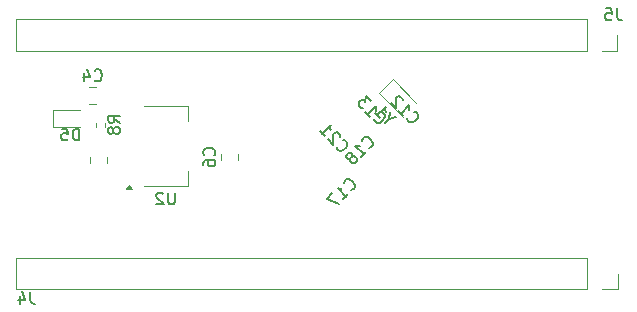
<source format=gbo>
%TF.GenerationSoftware,KiCad,Pcbnew,8.0.6*%
%TF.CreationDate,2025-02-01T08:29:43+02:00*%
%TF.ProjectId,stm32,73746d33-322e-46b6-9963-61645f706362,rev?*%
%TF.SameCoordinates,Original*%
%TF.FileFunction,Legend,Bot*%
%TF.FilePolarity,Positive*%
%FSLAX46Y46*%
G04 Gerber Fmt 4.6, Leading zero omitted, Abs format (unit mm)*
G04 Created by KiCad (PCBNEW 8.0.6) date 2025-02-01 08:29:43*
%MOMM*%
%LPD*%
G01*
G04 APERTURE LIST*
%ADD10C,0.150000*%
%ADD11C,0.120000*%
G04 APERTURE END LIST*
D10*
X136351292Y-75242155D02*
X136418636Y-75242155D01*
X136418636Y-75242155D02*
X136553323Y-75174811D01*
X136553323Y-75174811D02*
X136620666Y-75107468D01*
X136620666Y-75107468D02*
X136688010Y-74972781D01*
X136688010Y-74972781D02*
X136688010Y-74838094D01*
X136688010Y-74838094D02*
X136654338Y-74737079D01*
X136654338Y-74737079D02*
X136553323Y-74568720D01*
X136553323Y-74568720D02*
X136452308Y-74467705D01*
X136452308Y-74467705D02*
X136283949Y-74366689D01*
X136283949Y-74366689D02*
X136182934Y-74333018D01*
X136182934Y-74333018D02*
X136048247Y-74333018D01*
X136048247Y-74333018D02*
X135913560Y-74400361D01*
X135913560Y-74400361D02*
X135846216Y-74467705D01*
X135846216Y-74467705D02*
X135778873Y-74602392D01*
X135778873Y-74602392D02*
X135778873Y-74669735D01*
X135745201Y-75982933D02*
X136149262Y-75578872D01*
X135947231Y-75780903D02*
X135240125Y-75073796D01*
X135240125Y-75073796D02*
X135408483Y-75107468D01*
X135408483Y-75107468D02*
X135543170Y-75107468D01*
X135543170Y-75107468D02*
X135644186Y-75073796D01*
X134802392Y-75511529D02*
X134330987Y-75982934D01*
X134330987Y-75982934D02*
X135341140Y-76386995D01*
X135157844Y-71551292D02*
X135157844Y-71618636D01*
X135157844Y-71618636D02*
X135225188Y-71753323D01*
X135225188Y-71753323D02*
X135292531Y-71820666D01*
X135292531Y-71820666D02*
X135427218Y-71888010D01*
X135427218Y-71888010D02*
X135561905Y-71888010D01*
X135561905Y-71888010D02*
X135662920Y-71854338D01*
X135662920Y-71854338D02*
X135831279Y-71753323D01*
X135831279Y-71753323D02*
X135932294Y-71652308D01*
X135932294Y-71652308D02*
X136033310Y-71483949D01*
X136033310Y-71483949D02*
X136066981Y-71382934D01*
X136066981Y-71382934D02*
X136066981Y-71248247D01*
X136066981Y-71248247D02*
X135999638Y-71113560D01*
X135999638Y-71113560D02*
X135932294Y-71046216D01*
X135932294Y-71046216D02*
X135797607Y-70978873D01*
X135797607Y-70978873D02*
X135730264Y-70978873D01*
X135460890Y-70709499D02*
X135460890Y-70642155D01*
X135460890Y-70642155D02*
X135427218Y-70541140D01*
X135427218Y-70541140D02*
X135258859Y-70372781D01*
X135258859Y-70372781D02*
X135157844Y-70339109D01*
X135157844Y-70339109D02*
X135090501Y-70339109D01*
X135090501Y-70339109D02*
X134989485Y-70372781D01*
X134989485Y-70372781D02*
X134922142Y-70440125D01*
X134922142Y-70440125D02*
X134854798Y-70574812D01*
X134854798Y-70574812D02*
X134854798Y-71382934D01*
X134854798Y-71382934D02*
X134417066Y-70945201D01*
X133743630Y-70271766D02*
X134147691Y-70675827D01*
X133945661Y-70473796D02*
X134652768Y-69766689D01*
X134652768Y-69766689D02*
X134619096Y-69935048D01*
X134619096Y-69935048D02*
X134619096Y-70069735D01*
X134619096Y-70069735D02*
X134652768Y-70170750D01*
X109233333Y-83854819D02*
X109233333Y-84569104D01*
X109233333Y-84569104D02*
X109280952Y-84711961D01*
X109280952Y-84711961D02*
X109376190Y-84807200D01*
X109376190Y-84807200D02*
X109519047Y-84854819D01*
X109519047Y-84854819D02*
X109614285Y-84854819D01*
X108328571Y-84188152D02*
X108328571Y-84854819D01*
X108566666Y-83807200D02*
X108804761Y-84521485D01*
X108804761Y-84521485D02*
X108185714Y-84521485D01*
X141142768Y-69166368D02*
X141142768Y-69233712D01*
X141142768Y-69233712D02*
X141210112Y-69368399D01*
X141210112Y-69368399D02*
X141277455Y-69435742D01*
X141277455Y-69435742D02*
X141412142Y-69503086D01*
X141412142Y-69503086D02*
X141546829Y-69503086D01*
X141546829Y-69503086D02*
X141647844Y-69469414D01*
X141647844Y-69469414D02*
X141816203Y-69368399D01*
X141816203Y-69368399D02*
X141917218Y-69267384D01*
X141917218Y-69267384D02*
X142018234Y-69099025D01*
X142018234Y-69099025D02*
X142051905Y-68998010D01*
X142051905Y-68998010D02*
X142051905Y-68863323D01*
X142051905Y-68863323D02*
X141984562Y-68728636D01*
X141984562Y-68728636D02*
X141917218Y-68661292D01*
X141917218Y-68661292D02*
X141782531Y-68593949D01*
X141782531Y-68593949D02*
X141715188Y-68593949D01*
X140401990Y-68560277D02*
X140806051Y-68964338D01*
X140604020Y-68762307D02*
X141311127Y-68055201D01*
X141311127Y-68055201D02*
X141277455Y-68223559D01*
X141277455Y-68223559D02*
X141277455Y-68358246D01*
X141277455Y-68358246D02*
X141311127Y-68459262D01*
X140772379Y-67651139D02*
X140772379Y-67583796D01*
X140772379Y-67583796D02*
X140738707Y-67482781D01*
X140738707Y-67482781D02*
X140570348Y-67314422D01*
X140570348Y-67314422D02*
X140469333Y-67280750D01*
X140469333Y-67280750D02*
X140401989Y-67280750D01*
X140401989Y-67280750D02*
X140300974Y-67314422D01*
X140300974Y-67314422D02*
X140233631Y-67381765D01*
X140233631Y-67381765D02*
X140166287Y-67516452D01*
X140166287Y-67516452D02*
X140166287Y-68324574D01*
X140166287Y-68324574D02*
X139728554Y-67886842D01*
X116824819Y-69533333D02*
X116348628Y-69200000D01*
X116824819Y-68961905D02*
X115824819Y-68961905D01*
X115824819Y-68961905D02*
X115824819Y-69342857D01*
X115824819Y-69342857D02*
X115872438Y-69438095D01*
X115872438Y-69438095D02*
X115920057Y-69485714D01*
X115920057Y-69485714D02*
X116015295Y-69533333D01*
X116015295Y-69533333D02*
X116158152Y-69533333D01*
X116158152Y-69533333D02*
X116253390Y-69485714D01*
X116253390Y-69485714D02*
X116301009Y-69438095D01*
X116301009Y-69438095D02*
X116348628Y-69342857D01*
X116348628Y-69342857D02*
X116348628Y-68961905D01*
X116253390Y-70104762D02*
X116205771Y-70009524D01*
X116205771Y-70009524D02*
X116158152Y-69961905D01*
X116158152Y-69961905D02*
X116062914Y-69914286D01*
X116062914Y-69914286D02*
X116015295Y-69914286D01*
X116015295Y-69914286D02*
X115920057Y-69961905D01*
X115920057Y-69961905D02*
X115872438Y-70009524D01*
X115872438Y-70009524D02*
X115824819Y-70104762D01*
X115824819Y-70104762D02*
X115824819Y-70295238D01*
X115824819Y-70295238D02*
X115872438Y-70390476D01*
X115872438Y-70390476D02*
X115920057Y-70438095D01*
X115920057Y-70438095D02*
X116015295Y-70485714D01*
X116015295Y-70485714D02*
X116062914Y-70485714D01*
X116062914Y-70485714D02*
X116158152Y-70438095D01*
X116158152Y-70438095D02*
X116205771Y-70390476D01*
X116205771Y-70390476D02*
X116253390Y-70295238D01*
X116253390Y-70295238D02*
X116253390Y-70104762D01*
X116253390Y-70104762D02*
X116301009Y-70009524D01*
X116301009Y-70009524D02*
X116348628Y-69961905D01*
X116348628Y-69961905D02*
X116443866Y-69914286D01*
X116443866Y-69914286D02*
X116634342Y-69914286D01*
X116634342Y-69914286D02*
X116729580Y-69961905D01*
X116729580Y-69961905D02*
X116777200Y-70009524D01*
X116777200Y-70009524D02*
X116824819Y-70104762D01*
X116824819Y-70104762D02*
X116824819Y-70295238D01*
X116824819Y-70295238D02*
X116777200Y-70390476D01*
X116777200Y-70390476D02*
X116729580Y-70438095D01*
X116729580Y-70438095D02*
X116634342Y-70485714D01*
X116634342Y-70485714D02*
X116443866Y-70485714D01*
X116443866Y-70485714D02*
X116348628Y-70438095D01*
X116348628Y-70438095D02*
X116301009Y-70390476D01*
X116301009Y-70390476D02*
X116253390Y-70295238D01*
X138331570Y-69225018D02*
X138331570Y-69292362D01*
X138331570Y-69292362D02*
X138398914Y-69427049D01*
X138398914Y-69427049D02*
X138466257Y-69494392D01*
X138466257Y-69494392D02*
X138600944Y-69561736D01*
X138600944Y-69561736D02*
X138735631Y-69561736D01*
X138735631Y-69561736D02*
X138836646Y-69528064D01*
X138836646Y-69528064D02*
X139005005Y-69427049D01*
X139005005Y-69427049D02*
X139106020Y-69326034D01*
X139106020Y-69326034D02*
X139207036Y-69157675D01*
X139207036Y-69157675D02*
X139240707Y-69056660D01*
X139240707Y-69056660D02*
X139240707Y-68921973D01*
X139240707Y-68921973D02*
X139173364Y-68787286D01*
X139173364Y-68787286D02*
X139106020Y-68719942D01*
X139106020Y-68719942D02*
X138971333Y-68652599D01*
X138971333Y-68652599D02*
X138903990Y-68652599D01*
X137590792Y-68618927D02*
X137994853Y-69022988D01*
X137792822Y-68820957D02*
X138499929Y-68113851D01*
X138499929Y-68113851D02*
X138466257Y-68282209D01*
X138466257Y-68282209D02*
X138466257Y-68416896D01*
X138466257Y-68416896D02*
X138499929Y-68517912D01*
X138062196Y-67676118D02*
X137624463Y-67238385D01*
X137624463Y-67238385D02*
X137590791Y-67743461D01*
X137590791Y-67743461D02*
X137489776Y-67642446D01*
X137489776Y-67642446D02*
X137388761Y-67608774D01*
X137388761Y-67608774D02*
X137321417Y-67608774D01*
X137321417Y-67608774D02*
X137220402Y-67642446D01*
X137220402Y-67642446D02*
X137052043Y-67810805D01*
X137052043Y-67810805D02*
X137018372Y-67911820D01*
X137018372Y-67911820D02*
X137018372Y-67979163D01*
X137018372Y-67979163D02*
X137052043Y-68080179D01*
X137052043Y-68080179D02*
X137254074Y-68282209D01*
X137254074Y-68282209D02*
X137355089Y-68315881D01*
X137355089Y-68315881D02*
X137422433Y-68315881D01*
X124779580Y-72283333D02*
X124827200Y-72235714D01*
X124827200Y-72235714D02*
X124874819Y-72092857D01*
X124874819Y-72092857D02*
X124874819Y-71997619D01*
X124874819Y-71997619D02*
X124827200Y-71854762D01*
X124827200Y-71854762D02*
X124731961Y-71759524D01*
X124731961Y-71759524D02*
X124636723Y-71711905D01*
X124636723Y-71711905D02*
X124446247Y-71664286D01*
X124446247Y-71664286D02*
X124303390Y-71664286D01*
X124303390Y-71664286D02*
X124112914Y-71711905D01*
X124112914Y-71711905D02*
X124017676Y-71759524D01*
X124017676Y-71759524D02*
X123922438Y-71854762D01*
X123922438Y-71854762D02*
X123874819Y-71997619D01*
X123874819Y-71997619D02*
X123874819Y-72092857D01*
X123874819Y-72092857D02*
X123922438Y-72235714D01*
X123922438Y-72235714D02*
X123970057Y-72283333D01*
X123874819Y-73140476D02*
X123874819Y-72950000D01*
X123874819Y-72950000D02*
X123922438Y-72854762D01*
X123922438Y-72854762D02*
X123970057Y-72807143D01*
X123970057Y-72807143D02*
X124112914Y-72711905D01*
X124112914Y-72711905D02*
X124303390Y-72664286D01*
X124303390Y-72664286D02*
X124684342Y-72664286D01*
X124684342Y-72664286D02*
X124779580Y-72711905D01*
X124779580Y-72711905D02*
X124827200Y-72759524D01*
X124827200Y-72759524D02*
X124874819Y-72854762D01*
X124874819Y-72854762D02*
X124874819Y-73045238D01*
X124874819Y-73045238D02*
X124827200Y-73140476D01*
X124827200Y-73140476D02*
X124779580Y-73188095D01*
X124779580Y-73188095D02*
X124684342Y-73235714D01*
X124684342Y-73235714D02*
X124446247Y-73235714D01*
X124446247Y-73235714D02*
X124351009Y-73188095D01*
X124351009Y-73188095D02*
X124303390Y-73140476D01*
X124303390Y-73140476D02*
X124255771Y-73045238D01*
X124255771Y-73045238D02*
X124255771Y-72854762D01*
X124255771Y-72854762D02*
X124303390Y-72759524D01*
X124303390Y-72759524D02*
X124351009Y-72711905D01*
X124351009Y-72711905D02*
X124446247Y-72664286D01*
X137866368Y-71657231D02*
X137933712Y-71657231D01*
X137933712Y-71657231D02*
X138068399Y-71589887D01*
X138068399Y-71589887D02*
X138135742Y-71522544D01*
X138135742Y-71522544D02*
X138203086Y-71387857D01*
X138203086Y-71387857D02*
X138203086Y-71253170D01*
X138203086Y-71253170D02*
X138169414Y-71152155D01*
X138169414Y-71152155D02*
X138068399Y-70983796D01*
X138068399Y-70983796D02*
X137967384Y-70882781D01*
X137967384Y-70882781D02*
X137799025Y-70781765D01*
X137799025Y-70781765D02*
X137698010Y-70748094D01*
X137698010Y-70748094D02*
X137563323Y-70748094D01*
X137563323Y-70748094D02*
X137428636Y-70815437D01*
X137428636Y-70815437D02*
X137361292Y-70882781D01*
X137361292Y-70882781D02*
X137293949Y-71017468D01*
X137293949Y-71017468D02*
X137293949Y-71084811D01*
X137260277Y-72398009D02*
X137664338Y-71993948D01*
X137462307Y-72195979D02*
X136755201Y-71488872D01*
X136755201Y-71488872D02*
X136923559Y-71522544D01*
X136923559Y-71522544D02*
X137058246Y-71522544D01*
X137058246Y-71522544D02*
X137159262Y-71488872D01*
X136452155Y-72398010D02*
X136485826Y-72296994D01*
X136485826Y-72296994D02*
X136485826Y-72229651D01*
X136485826Y-72229651D02*
X136452155Y-72128636D01*
X136452155Y-72128636D02*
X136418483Y-72094964D01*
X136418483Y-72094964D02*
X136317468Y-72061292D01*
X136317468Y-72061292D02*
X136250124Y-72061292D01*
X136250124Y-72061292D02*
X136149109Y-72094964D01*
X136149109Y-72094964D02*
X136014422Y-72229651D01*
X136014422Y-72229651D02*
X135980750Y-72330666D01*
X135980750Y-72330666D02*
X135980750Y-72398010D01*
X135980750Y-72398010D02*
X136014422Y-72499025D01*
X136014422Y-72499025D02*
X136048094Y-72532697D01*
X136048094Y-72532697D02*
X136149109Y-72566368D01*
X136149109Y-72566368D02*
X136216452Y-72566368D01*
X136216452Y-72566368D02*
X136317468Y-72532697D01*
X136317468Y-72532697D02*
X136452155Y-72398010D01*
X136452155Y-72398010D02*
X136553170Y-72364338D01*
X136553170Y-72364338D02*
X136620513Y-72364338D01*
X136620513Y-72364338D02*
X136721529Y-72398010D01*
X136721529Y-72398010D02*
X136856216Y-72532697D01*
X136856216Y-72532697D02*
X136889887Y-72633712D01*
X136889887Y-72633712D02*
X136889887Y-72701055D01*
X136889887Y-72701055D02*
X136856216Y-72802071D01*
X136856216Y-72802071D02*
X136721529Y-72936758D01*
X136721529Y-72936758D02*
X136620513Y-72970429D01*
X136620513Y-72970429D02*
X136553170Y-72970429D01*
X136553170Y-72970429D02*
X136452155Y-72936758D01*
X136452155Y-72936758D02*
X136317468Y-72802071D01*
X136317468Y-72802071D02*
X136283796Y-72701055D01*
X136283796Y-72701055D02*
X136283796Y-72633712D01*
X136283796Y-72633712D02*
X136317468Y-72532697D01*
X121461904Y-75454819D02*
X121461904Y-76264342D01*
X121461904Y-76264342D02*
X121414285Y-76359580D01*
X121414285Y-76359580D02*
X121366666Y-76407200D01*
X121366666Y-76407200D02*
X121271428Y-76454819D01*
X121271428Y-76454819D02*
X121080952Y-76454819D01*
X121080952Y-76454819D02*
X120985714Y-76407200D01*
X120985714Y-76407200D02*
X120938095Y-76359580D01*
X120938095Y-76359580D02*
X120890476Y-76264342D01*
X120890476Y-76264342D02*
X120890476Y-75454819D01*
X120461904Y-75550057D02*
X120414285Y-75502438D01*
X120414285Y-75502438D02*
X120319047Y-75454819D01*
X120319047Y-75454819D02*
X120080952Y-75454819D01*
X120080952Y-75454819D02*
X119985714Y-75502438D01*
X119985714Y-75502438D02*
X119938095Y-75550057D01*
X119938095Y-75550057D02*
X119890476Y-75645295D01*
X119890476Y-75645295D02*
X119890476Y-75740533D01*
X119890476Y-75740533D02*
X119938095Y-75883390D01*
X119938095Y-75883390D02*
X120509523Y-76454819D01*
X120509523Y-76454819D02*
X119890476Y-76454819D01*
X113375594Y-71034819D02*
X113375594Y-70034819D01*
X113375594Y-70034819D02*
X113137499Y-70034819D01*
X113137499Y-70034819D02*
X112994642Y-70082438D01*
X112994642Y-70082438D02*
X112899404Y-70177676D01*
X112899404Y-70177676D02*
X112851785Y-70272914D01*
X112851785Y-70272914D02*
X112804166Y-70463390D01*
X112804166Y-70463390D02*
X112804166Y-70606247D01*
X112804166Y-70606247D02*
X112851785Y-70796723D01*
X112851785Y-70796723D02*
X112899404Y-70891961D01*
X112899404Y-70891961D02*
X112994642Y-70987200D01*
X112994642Y-70987200D02*
X113137499Y-71034819D01*
X113137499Y-71034819D02*
X113375594Y-71034819D01*
X111899404Y-70034819D02*
X112375594Y-70034819D01*
X112375594Y-70034819D02*
X112423213Y-70511009D01*
X112423213Y-70511009D02*
X112375594Y-70463390D01*
X112375594Y-70463390D02*
X112280356Y-70415771D01*
X112280356Y-70415771D02*
X112042261Y-70415771D01*
X112042261Y-70415771D02*
X111947023Y-70463390D01*
X111947023Y-70463390D02*
X111899404Y-70511009D01*
X111899404Y-70511009D02*
X111851785Y-70606247D01*
X111851785Y-70606247D02*
X111851785Y-70844342D01*
X111851785Y-70844342D02*
X111899404Y-70939580D01*
X111899404Y-70939580D02*
X111947023Y-70987200D01*
X111947023Y-70987200D02*
X112042261Y-71034819D01*
X112042261Y-71034819D02*
X112280356Y-71034819D01*
X112280356Y-71034819D02*
X112375594Y-70987200D01*
X112375594Y-70987200D02*
X112423213Y-70939580D01*
X158913333Y-59854819D02*
X158913333Y-60569104D01*
X158913333Y-60569104D02*
X158960952Y-60711961D01*
X158960952Y-60711961D02*
X159056190Y-60807200D01*
X159056190Y-60807200D02*
X159199047Y-60854819D01*
X159199047Y-60854819D02*
X159294285Y-60854819D01*
X157960952Y-59854819D02*
X158437142Y-59854819D01*
X158437142Y-59854819D02*
X158484761Y-60331009D01*
X158484761Y-60331009D02*
X158437142Y-60283390D01*
X158437142Y-60283390D02*
X158341904Y-60235771D01*
X158341904Y-60235771D02*
X158103809Y-60235771D01*
X158103809Y-60235771D02*
X158008571Y-60283390D01*
X158008571Y-60283390D02*
X157960952Y-60331009D01*
X157960952Y-60331009D02*
X157913333Y-60426247D01*
X157913333Y-60426247D02*
X157913333Y-60664342D01*
X157913333Y-60664342D02*
X157960952Y-60759580D01*
X157960952Y-60759580D02*
X158008571Y-60807200D01*
X158008571Y-60807200D02*
X158103809Y-60854819D01*
X158103809Y-60854819D02*
X158341904Y-60854819D01*
X158341904Y-60854819D02*
X158437142Y-60807200D01*
X158437142Y-60807200D02*
X158484761Y-60759580D01*
X114666666Y-65929580D02*
X114714285Y-65977200D01*
X114714285Y-65977200D02*
X114857142Y-66024819D01*
X114857142Y-66024819D02*
X114952380Y-66024819D01*
X114952380Y-66024819D02*
X115095237Y-65977200D01*
X115095237Y-65977200D02*
X115190475Y-65881961D01*
X115190475Y-65881961D02*
X115238094Y-65786723D01*
X115238094Y-65786723D02*
X115285713Y-65596247D01*
X115285713Y-65596247D02*
X115285713Y-65453390D01*
X115285713Y-65453390D02*
X115238094Y-65262914D01*
X115238094Y-65262914D02*
X115190475Y-65167676D01*
X115190475Y-65167676D02*
X115095237Y-65072438D01*
X115095237Y-65072438D02*
X114952380Y-65024819D01*
X114952380Y-65024819D02*
X114857142Y-65024819D01*
X114857142Y-65024819D02*
X114714285Y-65072438D01*
X114714285Y-65072438D02*
X114666666Y-65120057D01*
X113809523Y-65358152D02*
X113809523Y-66024819D01*
X114047618Y-64977200D02*
X114285713Y-65691485D01*
X114285713Y-65691485D02*
X113666666Y-65691485D01*
X139579037Y-69194397D02*
X139242319Y-69531115D01*
X140185128Y-69059710D02*
X139579037Y-69194397D01*
X139579037Y-69194397D02*
X139713724Y-68588306D01*
X138400526Y-68689321D02*
X138804587Y-69093382D01*
X138602556Y-68891351D02*
X139309663Y-68184245D01*
X139309663Y-68184245D02*
X139275991Y-68352603D01*
X139275991Y-68352603D02*
X139275991Y-68487290D01*
X139275991Y-68487290D02*
X139309663Y-68588306D01*
D11*
%TO.C,C16*%
X114265000Y-72961252D02*
X114265000Y-72438748D01*
X115735000Y-72961252D02*
X115735000Y-72438748D01*
%TO.C,J4*%
X108030000Y-80970000D02*
X108030000Y-83630000D01*
X108030000Y-80970000D02*
X156350000Y-80970000D01*
X108030000Y-83630000D02*
X156350000Y-83630000D01*
X156350000Y-80970000D02*
X156350000Y-83630000D01*
X158950000Y-82300000D02*
X158950000Y-83630000D01*
X158950000Y-83630000D02*
X157620000Y-83630000D01*
%TO.C,R8*%
X114820000Y-69546359D02*
X114820000Y-69853641D01*
X115580000Y-69546359D02*
X115580000Y-69853641D01*
%TO.C,C6*%
X125365000Y-72711252D02*
X125365000Y-72188748D01*
X126835000Y-72711252D02*
X126835000Y-72188748D01*
%TO.C,U2*%
X122610000Y-68090000D02*
X118850000Y-68090000D01*
X122610000Y-69350000D02*
X122610000Y-68090000D01*
X122610000Y-73650000D02*
X122610000Y-74910000D01*
X122610000Y-74910000D02*
X118850000Y-74910000D01*
X117810000Y-75140000D02*
X117330000Y-75140000D01*
X117570000Y-74810000D01*
X117810000Y-75140000D01*
G36*
X117810000Y-75140000D02*
G01*
X117330000Y-75140000D01*
X117570000Y-74810000D01*
X117810000Y-75140000D01*
G37*
%TO.C,D5*%
X111152500Y-68415000D02*
X111152500Y-69885000D01*
X111152500Y-69885000D02*
X113437500Y-69885000D01*
X113437500Y-68415000D02*
X111152500Y-68415000D01*
%TO.C,J5*%
X108010000Y-60770000D02*
X108010000Y-63430000D01*
X108010000Y-60770000D02*
X156330000Y-60770000D01*
X108010000Y-63430000D02*
X156330000Y-63430000D01*
X156330000Y-60770000D02*
X156330000Y-63430000D01*
X158930000Y-62100000D02*
X158930000Y-63430000D01*
X158930000Y-63430000D02*
X157600000Y-63430000D01*
%TO.C,C4*%
X114238748Y-66515000D02*
X114761252Y-66515000D01*
X114238748Y-67985000D02*
X114761252Y-67985000D01*
%TO.C,Y1*%
X138767588Y-66998959D02*
X140782843Y-69014214D01*
X139898959Y-65867588D02*
X138767588Y-66998959D01*
X141914214Y-67882843D02*
X139898959Y-65867588D01*
%TD*%
M02*

</source>
